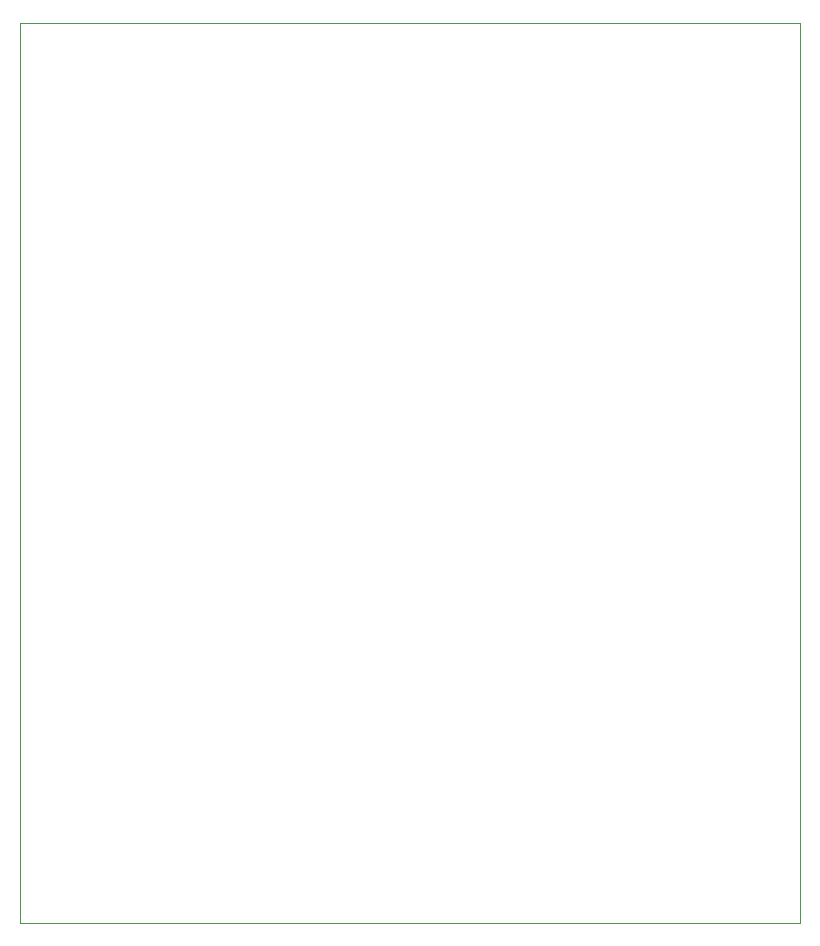
<source format=gm1>
G04 #@! TF.GenerationSoftware,KiCad,Pcbnew,7.0.1-3b83917a11~172~ubuntu20.04.1*
G04 #@! TF.CreationDate,2023-04-20T11:00:22+02:00*
G04 #@! TF.ProjectId,aware,61776172-652e-46b6-9963-61645f706362,rev?*
G04 #@! TF.SameCoordinates,Original*
G04 #@! TF.FileFunction,Profile,NP*
%FSLAX46Y46*%
G04 Gerber Fmt 4.6, Leading zero omitted, Abs format (unit mm)*
G04 Created by KiCad (PCBNEW 7.0.1-3b83917a11~172~ubuntu20.04.1) date 2023-04-20 11:00:22*
%MOMM*%
%LPD*%
G01*
G04 APERTURE LIST*
G04 #@! TA.AperFunction,Profile*
%ADD10C,0.100000*%
G04 #@! TD*
G04 APERTURE END LIST*
D10*
X97155000Y-31115000D02*
X163195000Y-31115000D01*
X163195000Y-107315000D01*
X97155000Y-107315000D01*
X97155000Y-31115000D01*
M02*

</source>
